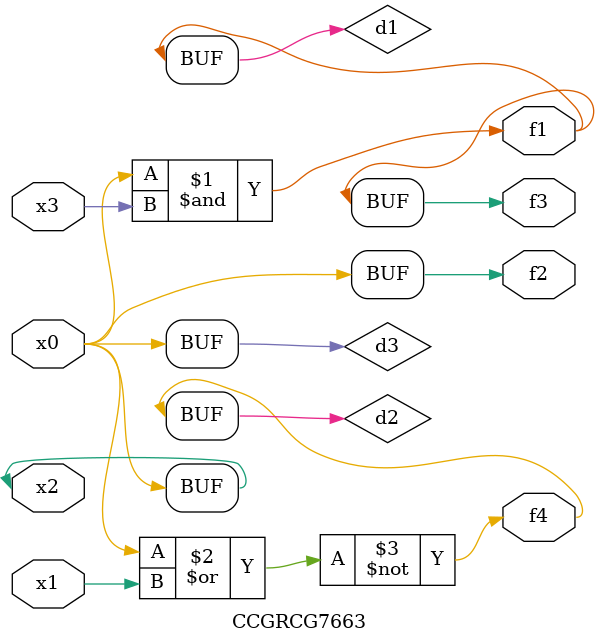
<source format=v>
module CCGRCG7663(
	input x0, x1, x2, x3,
	output f1, f2, f3, f4
);

	wire d1, d2, d3;

	and (d1, x2, x3);
	nor (d2, x0, x1);
	buf (d3, x0, x2);
	assign f1 = d1;
	assign f2 = d3;
	assign f3 = d1;
	assign f4 = d2;
endmodule

</source>
